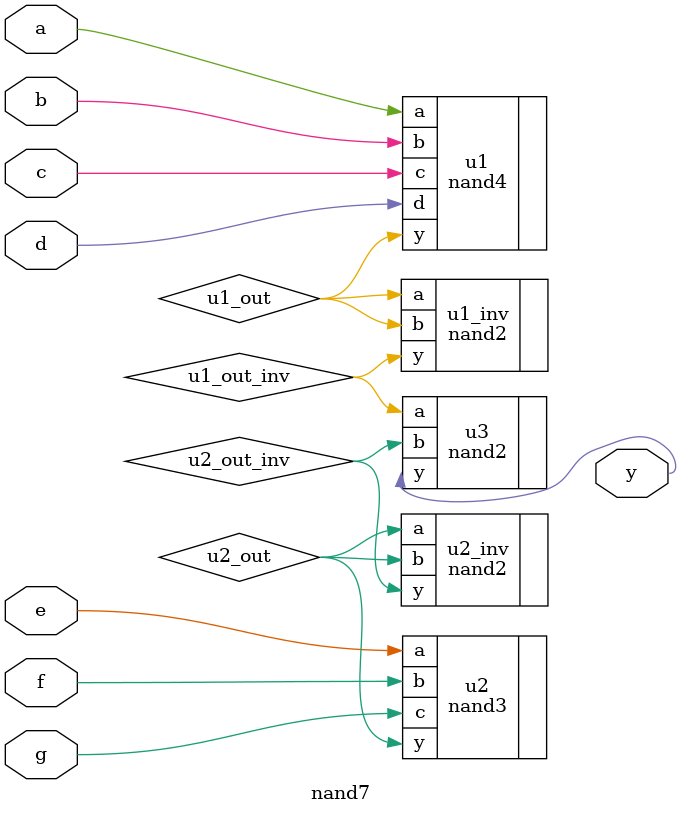
<source format=sv>
`timescale 1ns / 1ps

module nand7 ( 
    input  logic a, b, c, d, e, f, g,
    output logic y
);

    logic u1_out, u1_out_inv;
    logic u2_out, u2_out_inv;

    
    nand4 u1 (.a(a), .b(b), .c(c), .d(d), .y(u1_out));
    nand2 u1_inv (.a(u1_out), .b(u1_out), .y(u1_out_inv));

    
    nand3 u2 (.a(e), .b(f), .c(g), .y(u2_out));
    nand2 u2_inv (.a(u2_out), .b(u2_out), .y(u2_out_inv));

    
    nand2 u3 (.a(u1_out_inv), .b(u2_out_inv), .y(y));

endmodule


</source>
